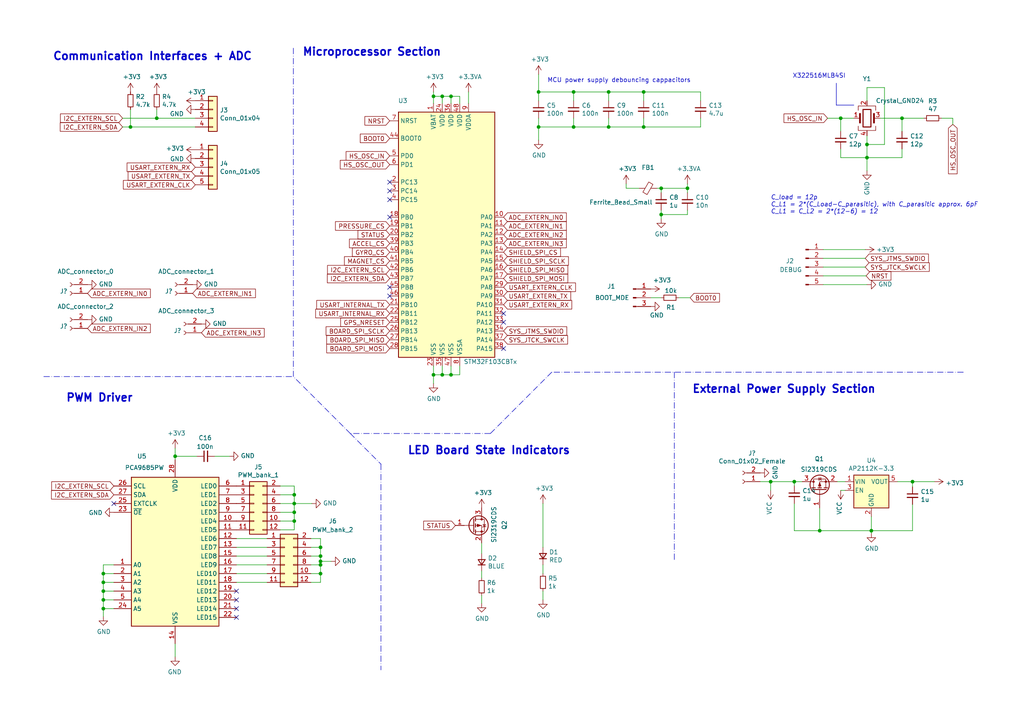
<source format=kicad_sch>
(kicad_sch (version 20230121) (generator eeschema)
  (paper "A4")
  (lib_symbols
    (symbol "0_fcs-rescue:+3.3V-power" (power) (pin_names (offset 0))
      (property "Value" "+3.3V-power" (at 0 3.556 0))
      (symbol "+3.3V-power_1_1"
        (pin power_in line (at 0 0 90) (length 0) hide (name "+3V3") (number "1"))
      )
    )
    (symbol "0_fcs-rescue:Conn_01x02_Female-Connector" (pin_names (offset 1.016) hide)
      (property "Reference" "J" (at 0 2.54 0))
      (property "Value" "Connector_Conn_01x02_Female" (at 0 -5.08 0))
      (symbol "Conn_01x02_Female-Connector_1_1"
        (pin passive line (at -5.08 0 0) (length 3.81) (name "Pin_1") (number "1"))
        (pin passive line (at -5.08 -2.54 0) (length 3.81) (name "Pin_2") (number "2"))
      )
    )
    (symbol "0_fcs-rescue:Conn_01x03_Male-Connector" (pin_names (offset 1.016) hide)
      (property "Reference" "J" (at 0 5.08 0))
      (property "Value" "Connector_Conn_01x03_Male" (at 0 -5.08 0))
      (symbol "Conn_01x03_Male-Connector_1_1"
        (pin passive line (at 5.08 2.54 180) (length 3.81) (name "Pin_1") (number "1"))
        (pin passive line (at 5.08 0 180) (length 3.81) (name "Pin_2") (number "2"))
        (pin passive line (at 5.08 -2.54 180) (length 3.81) (name "Pin_3") (number "3"))
      )
    )
    (symbol "0_fcs-rescue:Conn_01x05_Male-Connector" (pin_names (offset 1.016) hide)
      (property "Reference" "J" (at 0 7.62 0))
      (property "Value" "Connector_Conn_01x05_Male" (at 0 -7.62 0))
      (symbol "Conn_01x05_Male-Connector_1_1"
        (pin passive line (at 5.08 5.08 180) (length 3.81) (name "Pin_1") (number "1"))
        (pin passive line (at 5.08 2.54 180) (length 3.81) (name "Pin_2") (number "2"))
        (pin passive line (at 5.08 0 180) (length 3.81) (name "Pin_3") (number "3"))
        (pin passive line (at 5.08 -2.54 180) (length 3.81) (name "Pin_4") (number "4"))
        (pin passive line (at 5.08 -5.08 180) (length 3.81) (name "Pin_5") (number "5"))
      )
    )
    (symbol "0_fcs-rescue:Ferrite_Bead_Small-Device" (pin_numbers hide) (pin_names (offset 0))
      (property "Reference" "FB" (at 1.905 1.27 0))
      (property "Value" "Device_Ferrite_Bead_Small" (at 1.905 -1.27 0))
      (symbol "Ferrite_Bead_Small-Device_1_1"
        (pin passive line (at 0 2.54 270) (length 1.27) (name "~") (number "1"))
        (pin passive line (at 0 -2.54 90) (length 1.27) (name "~") (number "2"))
      )
    )
    (symbol "0_fcs-rescue:STM32F103C8Tx-MCU_ST_STM32F1"
      (property "Reference" "U" (at -15.24 36.83 0))
      (property "Value" "MCU_ST_STM32F1_STM32F103C8Tx" (at 7.62 36.83 0))
      (symbol "STM32F103C8Tx-MCU_ST_STM32F1_1_1"
        (pin power_in line (at -5.08 38.1 270) (length 2.54) (name "VBAT") (number "1"))
        (pin bidirectional line (at 15.24 5.08 180) (length 2.54) (name "PA0") (number "10"))
        (pin bidirectional line (at 15.24 2.54 180) (length 2.54) (name "PA1") (number "11"))
        (pin bidirectional line (at 15.24 0 180) (length 2.54) (name "PA2") (number "12"))
        (pin bidirectional line (at 15.24 -2.54 180) (length 2.54) (name "PA3") (number "13"))
        (pin bidirectional line (at 15.24 -5.08 180) (length 2.54) (name "PA4") (number "14"))
        (pin bidirectional line (at 15.24 -7.62 180) (length 2.54) (name "PA5") (number "15"))
        (pin bidirectional line (at 15.24 -10.16 180) (length 2.54) (name "PA6") (number "16"))
        (pin bidirectional line (at 15.24 -12.7 180) (length 2.54) (name "PA7") (number "17"))
        (pin bidirectional line (at -17.78 5.08 0) (length 2.54) (name "PB0") (number "18"))
        (pin bidirectional line (at -17.78 2.54 0) (length 2.54) (name "PB1") (number "19"))
        (pin bidirectional line (at -17.78 15.24 0) (length 2.54) (name "PC13") (number "2"))
        (pin bidirectional line (at -17.78 0 0) (length 2.54) (name "PB2") (number "20"))
        (pin bidirectional line (at -17.78 -20.32 0) (length 2.54) (name "PB10") (number "21"))
        (pin bidirectional line (at -17.78 -22.86 0) (length 2.54) (name "PB11") (number "22"))
        (pin power_in line (at -5.08 -38.1 90) (length 2.54) (name "VSS") (number "23"))
        (pin power_in line (at -2.54 38.1 270) (length 2.54) (name "VDD") (number "24"))
        (pin bidirectional line (at -17.78 -25.4 0) (length 2.54) (name "PB12") (number "25"))
        (pin bidirectional line (at -17.78 -27.94 0) (length 2.54) (name "PB13") (number "26"))
        (pin bidirectional line (at -17.78 -30.48 0) (length 2.54) (name "PB14") (number "27"))
        (pin bidirectional line (at -17.78 -33.02 0) (length 2.54) (name "PB15") (number "28"))
        (pin bidirectional line (at 15.24 -15.24 180) (length 2.54) (name "PA8") (number "29"))
        (pin bidirectional line (at -17.78 12.7 0) (length 2.54) (name "PC14") (number "3"))
        (pin bidirectional line (at 15.24 -17.78 180) (length 2.54) (name "PA9") (number "30"))
        (pin bidirectional line (at 15.24 -20.32 180) (length 2.54) (name "PA10") (number "31"))
        (pin bidirectional line (at 15.24 -22.86 180) (length 2.54) (name "PA11") (number "32"))
        (pin bidirectional line (at 15.24 -25.4 180) (length 2.54) (name "PA12") (number "33"))
        (pin bidirectional line (at 15.24 -27.94 180) (length 2.54) (name "PA13") (number "34"))
        (pin power_in line (at -2.54 -38.1 90) (length 2.54) (name "VSS") (number "35"))
        (pin power_in line (at 0 38.1 270) (length 2.54) (name "VDD") (number "36"))
        (pin bidirectional line (at 15.24 -30.48 180) (length 2.54) (name "PA14") (number "37"))
        (pin bidirectional line (at 15.24 -33.02 180) (length 2.54) (name "PA15") (number "38"))
        (pin bidirectional line (at -17.78 -2.54 0) (length 2.54) (name "PB3") (number "39"))
        (pin bidirectional line (at -17.78 10.16 0) (length 2.54) (name "PC15") (number "4"))
        (pin bidirectional line (at -17.78 -5.08 0) (length 2.54) (name "PB4") (number "40"))
        (pin bidirectional line (at -17.78 -7.62 0) (length 2.54) (name "PB5") (number "41"))
        (pin bidirectional line (at -17.78 -10.16 0) (length 2.54) (name "PB6") (number "42"))
        (pin bidirectional line (at -17.78 -12.7 0) (length 2.54) (name "PB7") (number "43"))
        (pin input line (at -17.78 27.94 0) (length 2.54) (name "BOOT0") (number "44"))
        (pin bidirectional line (at -17.78 -15.24 0) (length 2.54) (name "PB8") (number "45"))
        (pin bidirectional line (at -17.78 -17.78 0) (length 2.54) (name "PB9") (number "46"))
        (pin power_in line (at 0 -38.1 90) (length 2.54) (name "VSS") (number "47"))
        (pin power_in line (at 2.54 38.1 270) (length 2.54) (name "VDD") (number "48"))
        (pin input line (at -17.78 22.86 0) (length 2.54) (name "PD0") (number "5"))
        (pin input line (at -17.78 20.32 0) (length 2.54) (name "PD1") (number "6"))
        (pin input line (at -17.78 33.02 0) (length 2.54) (name "NRST") (number "7"))
        (pin power_in line (at 2.54 -38.1 90) (length 2.54) (name "VSSA") (number "8"))
        (pin power_in line (at 5.08 38.1 270) (length 2.54) (name "VDDA") (number "9"))
      )
    )
    (symbol "Connector_Generic:Conn_01x04" (pin_names (offset 1.016) hide)
      (property "Reference" "J" (at 0 5.08 0))
      (property "Value" "Conn_01x04" (at 0 -7.62 0))
      (symbol "Conn_01x04_1_1"
        (pin passive line (at -5.08 2.54 0) (length 3.81) (name "Pin_1") (number "1"))
        (pin passive line (at -5.08 0 0) (length 3.81) (name "Pin_2") (number "2"))
        (pin passive line (at -5.08 -2.54 0) (length 3.81) (name "Pin_3") (number "3"))
        (pin passive line (at -5.08 -5.08 0) (length 3.81) (name "Pin_4") (number "4"))
      )
    )
    (symbol "Connector_Generic:Conn_01x05" (pin_names (offset 1.016) hide)
      (property "Reference" "J" (at 0 7.62 0))
      (property "Value" "Conn_01x05" (at 0 -7.62 0))
      (symbol "Conn_01x05_1_1"
        (pin passive line (at -5.08 5.08 0) (length 3.81) (name "Pin_1") (number "1"))
        (pin passive line (at -5.08 2.54 0) (length 3.81) (name "Pin_2") (number "2"))
        (pin passive line (at -5.08 0 0) (length 3.81) (name "Pin_3") (number "3"))
        (pin passive line (at -5.08 -2.54 0) (length 3.81) (name "Pin_4") (number "4"))
        (pin passive line (at -5.08 -5.08 0) (length 3.81) (name "Pin_5") (number "5"))
      )
    )
    (symbol "Connector_Generic:Conn_02x06_Odd_Even" (pin_names (offset 1.016) hide)
      (property "Reference" "J" (at 1.27 7.62 0))
      (property "Value" "Conn_02x06_Odd_Even" (at 1.27 -10.16 0))
      (symbol "Conn_02x06_Odd_Even_1_1"
        (pin passive line (at -5.08 5.08 0) (length 3.81) (name "Pin_1") (number "1"))
        (pin passive line (at 7.62 -5.08 180) (length 3.81) (name "Pin_10") (number "10"))
        (pin passive line (at -5.08 -7.62 0) (length 3.81) (name "Pin_11") (number "11"))
        (pin passive line (at 7.62 -7.62 180) (length 3.81) (name "Pin_12") (number "12"))
        (pin passive line (at 7.62 5.08 180) (length 3.81) (name "Pin_2") (number "2"))
        (pin passive line (at -5.08 2.54 0) (length 3.81) (name "Pin_3") (number "3"))
        (pin passive line (at 7.62 2.54 180) (length 3.81) (name "Pin_4") (number "4"))
        (pin passive line (at -5.08 0 0) (length 3.81) (name "Pin_5") (number "5"))
        (pin passive line (at 7.62 0 180) (length 3.81) (name "Pin_6") (number "6"))
        (pin passive line (at -5.08 -2.54 0) (length 3.81) (name "Pin_7") (number "7"))
        (pin passive line (at 7.62 -2.54 180) (length 3.81) (name "Pin_8") (number "8"))
        (pin passive line (at -5.08 -5.08 0) (length 3.81) (name "Pin_9") (number "9"))
      )
    )
    (symbol "Device:C_Small" (pin_numbers hide) (pin_names (offset 0.254) hide)
      (property "Reference" "C" (at 0.254 1.778 0))
      (property "Value" "C_Small" (at 0.254 -2.032 0))
      (symbol "C_Small_1_1"
        (pin passive line (at 0 2.54 270) (length 2.032) (name "~") (number "1"))
        (pin passive line (at 0 -2.54 90) (length 2.032) (name "~") (number "2"))
      )
    )
    (symbol "Device:Crystal_GND24" (pin_names (offset 1.016) hide)
      (property "Reference" "Y" (at 3.175 5.08 0))
      (property "Value" "Crystal_GND24" (at 3.175 3.175 0))
      (symbol "Crystal_GND24_1_1"
        (pin passive line (at -3.81 0 0) (length 1.27) (name "1") (number "1"))
        (pin passive line (at 0 5.08 270) (length 1.27) (name "2") (number "2"))
        (pin passive line (at 3.81 0 180) (length 1.27) (name "3") (number "3"))
        (pin passive line (at 0 -5.08 90) (length 1.27) (name "4") (number "4"))
      )
    )
    (symbol "Device:D_Small" (pin_numbers hide) (pin_names (offset 0.254) hide)
      (property "Reference" "D" (at -1.27 2.032 0))
      (property "Value" "D_Small" (at -3.81 -2.032 0))
      (symbol "D_Small_1_1"
        (pin passive line (at -2.54 0 0) (length 1.778) (name "K") (number "1"))
        (pin passive line (at 2.54 0 180) (length 1.778) (name "A") (number "2"))
      )
    )
    (symbol "Device:R_Small" (pin_numbers hide) (pin_names (offset 0.254) hide)
      (property "Reference" "R" (at 0.762 0.508 0))
      (property "Value" "R_Small" (at 0.762 -1.016 0))
      (symbol "R_Small_1_1"
        (pin passive line (at 0 2.54 270) (length 0.762) (name "~") (number "1"))
        (pin passive line (at 0 -2.54 90) (length 0.762) (name "~") (number "2"))
      )
    )
    (symbol "Driver_LED:PCA9685PW"
      (property "Reference" "U" (at -12.7 22.225 0))
      (property "Value" "PCA9685PW" (at 1.27 22.225 0))
      (symbol "PCA9685PW_1_1"
        (pin input line (at -17.78 -5.08 0) (length 5.08) (name "A0") (number "1"))
        (pin output line (at 17.78 7.62 180) (length 5.08) (name "LED4") (number "10"))
        (pin output line (at 17.78 5.08 180) (length 5.08) (name "LED5") (number "11"))
        (pin output line (at 17.78 2.54 180) (length 5.08) (name "LED6") (number "12"))
        (pin output line (at 17.78 0 180) (length 5.08) (name "LED7") (number "13"))
        (pin power_in line (at 0 -27.94 90) (length 5.08) (name "VSS") (number "14"))
        (pin output line (at 17.78 -2.54 180) (length 5.08) (name "LED8") (number "15"))
        (pin output line (at 17.78 -5.08 180) (length 5.08) (name "LED9") (number "16"))
        (pin output line (at 17.78 -7.62 180) (length 5.08) (name "LED10") (number "17"))
        (pin output line (at 17.78 -10.16 180) (length 5.08) (name "LED11") (number "18"))
        (pin output line (at 17.78 -12.7 180) (length 5.08) (name "LED12") (number "19"))
        (pin input line (at -17.78 -7.62 0) (length 5.08) (name "A1") (number "2"))
        (pin output line (at 17.78 -15.24 180) (length 5.08) (name "LED13") (number "20"))
        (pin output line (at 17.78 -17.78 180) (length 5.08) (name "LED14") (number "21"))
        (pin output line (at 17.78 -20.32 180) (length 5.08) (name "LED15") (number "22"))
        (pin input line (at -17.78 10.16 0) (length 5.08) (name "~{OE}") (number "23"))
        (pin input line (at -17.78 -17.78 0) (length 5.08) (name "A5") (number "24"))
        (pin input line (at -17.78 12.7 0) (length 5.08) (name "EXTCLK") (number "25"))
        (pin input line (at -17.78 17.78 0) (length 5.08) (name "SCL") (number "26"))
        (pin bidirectional line (at -17.78 15.24 0) (length 5.08) (name "SDA") (number "27"))
        (pin power_in line (at 0 25.4 270) (length 5.08) (name "VDD") (number "28"))
        (pin input line (at -17.78 -10.16 0) (length 5.08) (name "A2") (number "3"))
        (pin input line (at -17.78 -12.7 0) (length 5.08) (name "A3") (number "4"))
        (pin input line (at -17.78 -15.24 0) (length 5.08) (name "A4") (number "5"))
        (pin output line (at 17.78 17.78 180) (length 5.08) (name "LED0") (number "6"))
        (pin output line (at 17.78 15.24 180) (length 5.08) (name "LED1") (number "7"))
        (pin output line (at 17.78 12.7 180) (length 5.08) (name "LED2") (number "8"))
        (pin output line (at 17.78 10.16 180) (length 5.08) (name "LED3") (number "9"))
      )
    )
    (symbol "Regulator_Linear:AP2112K-3.3" (pin_names (offset 0.254))
      (property "Reference" "U" (at -5.08 5.715 0))
      (property "Value" "AP2112K-3.3" (at 0 5.715 0))
      (symbol "AP2112K-3.3_1_1"
        (pin power_in line (at -7.62 2.54 0) (length 2.54) (name "VIN") (number "1"))
        (pin power_in line (at 0 -7.62 90) (length 2.54) (name "GND") (number "2"))
        (pin input line (at -7.62 0 0) (length 2.54) (name "EN") (number "3"))
        (pin no_connect line (at 5.08 0 180) (length 2.54) hide (name "NC") (number "4"))
        (pin power_out line (at 7.62 2.54 180) (length 2.54) (name "VOUT") (number "5"))
      )
    )
    (symbol "Transistor_FET:Si2319CDS" (pin_names hide)
      (property "Reference" "Q" (at 5.08 1.905 0))
      (property "Value" "Si2319CDS" (at 5.08 0 0))
      (symbol "Si2319CDS_1_1"
        (pin input line (at -5.08 0 0) (length 2.54) (name "G") (number "1"))
        (pin passive line (at 2.54 -5.08 90) (length 2.54) (name "S") (number "2"))
        (pin passive line (at 2.54 5.08 270) (length 2.54) (name "D") (number "3"))
      )
    )
    (symbol "power:+3.3VA" (power) (pin_names (offset 0))
      (property "Value" "+3.3VA" (at 0 3.556 0))
      (symbol "+3.3VA_1_1"
        (pin power_in line (at 0 0 90) (length 0) hide (name "+3.3VA") (number "1"))
      )
    )
    (symbol "power:+3V3" (power) (pin_names (offset 0))
      (property "Value" "+3V3" (at 0 3.556 0))
      (symbol "+3V3_1_1"
        (pin power_in line (at 0 0 90) (length 0) hide (name "+3V3") (number "1"))
      )
    )
    (symbol "power:GND" (power) (pin_names (offset 0))
      (property "Value" "GND" (at 0 -3.81 0))
      (symbol "GND_1_1"
        (pin power_in line (at 0 0 270) (length 0) hide (name "GND") (number "1"))
      )
    )
    (symbol "power:VCC" (power) (pin_names (offset 0))
      (property "Value" "VCC" (at 0 3.81 0))
      (symbol "VCC_1_1"
        (pin power_in line (at 0 0 90) (length 0) hide (name "VCC") (number "1"))
      )
    )
  )
  (junction (at 85.344 148.59))
  (junction (at 29.972 166.37))
  (junction (at 264.668 139.7))
  (junction (at 92.964 166.37))
  (junction (at 45.466 34.29))
  (junction (at 230.378 139.7))
  (junction (at 176.53 26.67))
  (junction (at 92.964 163.83))
  (junction (at 166.37 36.83))
  (junction (at 251.46 45.72))
  (junction (at 191.77 62.23))
  (junction (at 130.81 27.94))
  (junction (at 29.972 173.99))
  (junction (at 176.53 36.83))
  (junction (at 251.46 41.91))
  (junction (at 85.344 143.51))
  (junction (at 85.344 146.05))
  (junction (at 261.62 34.29))
  (junction (at 128.27 108.712))
  (junction (at 252.73 153.924))
  (junction (at 29.972 176.53))
  (junction (at 199.39 54.61))
  (junction (at 92.964 158.75))
  (junction (at 156.21 26.67))
  (junction (at 186.69 36.83))
  (junction (at 243.84 34.29))
  (junction (at 125.73 27.94))
  (junction (at 156.21 36.83))
  (junction (at 125.73 108.712))
  (junction (at 166.37 26.67))
  (junction (at 92.964 161.29))
  (junction (at 29.972 168.91))
  (junction (at 37.846 36.83))
  (junction (at 128.27 27.94))
  (junction (at 191.77 54.61))
  (junction (at 50.8 132.334))
  (junction (at 29.972 171.45))
  (junction (at 186.69 26.67))
  (junction (at 223.52 139.7))
  (junction (at 130.81 108.712))
  (junction (at 85.344 151.13))
  (junction (at 92.964 162.814))
  (junction (at 237.744 153.924))
  (no_connect (at 113.03 57.912))
  (no_connect (at 113.03 62.992))
  (no_connect (at 113.03 55.372))
  (no_connect (at 146.05 90.932))
  (no_connect (at 146.05 101.092))
  (no_connect (at 146.05 93.472))
  (no_connect (at 113.03 85.852))
  (no_connect (at 68.58 173.99))
  (no_connect (at 68.58 171.45))
  (no_connect (at 113.03 83.312))
  (no_connect (at 33.02 146.05))
  (no_connect (at 68.58 179.07))
  (no_connect (at 113.03 52.832))
  (no_connect (at 68.58 176.53))
  (wire (pts (xy 85.344 146.05) (xy 85.344 148.59)))
  (wire (pts (xy 85.344 151.13) (xy 85.344 153.67)))
  (wire (pts (xy 191.77 54.61) (xy 190.5 54.61)))
  (wire (pts (xy 68.58 156.21) (xy 77.47 156.21)))
  (wire (pts (xy 230.378 140.97) (xy 230.378 139.7)))
  (wire (pts (xy 29.972 163.83) (xy 33.02 163.83)))
  (wire (pts (xy 37.846 31.75) (xy 37.846 36.83)))
  (polyline (pts (xy 160.02 107.95) (xy 142.24 125.73)) (stroke (width 0) (type dash_dot)))
  (wire (pts (xy 125.73 29.972) (xy 125.73 27.94)))
  (wire (pts (xy 176.53 26.67) (xy 176.53 29.21)))
  (wire (pts (xy 166.37 36.83) (xy 176.53 36.83)))
  (wire (pts (xy 261.62 45.72) (xy 261.62 43.18)))
  (polyline (pts (xy 101.6 125.73) (xy 110.49 134.62)) (stroke (width 0) (type dash_dot)))
  (wire (pts (xy 133.35 29.972) (xy 133.35 27.94)))
  (wire (pts (xy 156.21 36.83) (xy 166.37 36.83)))
  (wire (pts (xy 252.73 153.924) (xy 252.73 154.686)))
  (wire (pts (xy 242.824 139.7) (xy 245.11 139.7)))
  (wire (pts (xy 191.77 54.61) (xy 199.39 54.61)))
  (wire (pts (xy 156.21 34.29) (xy 156.21 36.83)))
  (wire (pts (xy 92.964 162.814) (xy 92.964 163.83)))
  (wire (pts (xy 276.352 34.29) (xy 273.05 34.29)))
  (wire (pts (xy 157.48 163.83) (xy 157.48 166.37)))
  (wire (pts (xy 186.69 34.29) (xy 186.69 36.83)))
  (wire (pts (xy 186.69 26.67) (xy 176.53 26.67)))
  (wire (pts (xy 35.56 36.83) (xy 37.846 36.83)))
  (polyline (pts (xy 242.57 30.48) (xy 242.57 24.13)))
  (wire (pts (xy 243.84 43.18) (xy 243.84 45.72)))
  (wire (pts (xy 68.58 161.29) (xy 77.47 161.29)))
  (wire (pts (xy 50.8 186.69) (xy 50.8 190.5)))
  (wire (pts (xy 85.344 146.05) (xy 90.424 146.05)))
  (wire (pts (xy 130.81 108.712) (xy 133.35 108.712)))
  (wire (pts (xy 255.27 34.29) (xy 261.62 34.29)))
  (wire (pts (xy 157.48 146.05) (xy 157.48 158.75)))
  (wire (pts (xy 223.52 142.24) (xy 223.52 139.7)))
  (wire (pts (xy 256.54 41.91) (xy 251.46 41.91)))
  (wire (pts (xy 264.668 139.7) (xy 271.018 139.7)))
  (wire (pts (xy 166.37 26.67) (xy 176.53 26.67)))
  (wire (pts (xy 85.344 140.97) (xy 85.344 143.51)))
  (wire (pts (xy 92.964 163.83) (xy 92.964 166.37)))
  (wire (pts (xy 252.73 153.924) (xy 264.668 153.924)))
  (wire (pts (xy 133.35 27.94) (xy 130.81 27.94)))
  (wire (pts (xy 230.378 139.7) (xy 232.664 139.7)))
  (wire (pts (xy 251.46 25.4) (xy 251.46 29.21)))
  (wire (pts (xy 261.62 38.1) (xy 261.62 34.29)))
  (wire (pts (xy 139.7 157.48) (xy 139.7 160.528)))
  (wire (pts (xy 85.344 143.51) (xy 85.344 146.05)))
  (polyline (pts (xy 247.65 30.48) (xy 242.57 30.48)))
  (wire (pts (xy 156.21 29.21) (xy 156.21 26.67)))
  (wire (pts (xy 256.54 25.4) (xy 256.54 41.91)))
  (wire (pts (xy 90.17 158.75) (xy 92.964 158.75)))
  (wire (pts (xy 125.73 108.712) (xy 128.27 108.712)))
  (wire (pts (xy 200.152 86.36) (xy 196.85 86.36)))
  (wire (pts (xy 243.84 142.24) (xy 245.11 142.24)))
  (wire (pts (xy 81.28 148.59) (xy 85.344 148.59)))
  (wire (pts (xy 251.46 45.72) (xy 261.62 45.72)))
  (wire (pts (xy 92.964 156.21) (xy 92.964 158.75)))
  (wire (pts (xy 29.972 176.53) (xy 29.972 178.816)))
  (wire (pts (xy 191.77 63.5) (xy 191.77 62.23)))
  (wire (pts (xy 33.02 166.37) (xy 29.972 166.37)))
  (wire (pts (xy 250.952 77.47) (xy 238.76 77.47)))
  (wire (pts (xy 45.466 34.29) (xy 35.56 34.29)))
  (wire (pts (xy 56.642 34.29) (xy 45.466 34.29)))
  (wire (pts (xy 29.972 168.91) (xy 29.972 171.45)))
  (wire (pts (xy 90.17 156.21) (xy 92.964 156.21)))
  (wire (pts (xy 130.81 27.94) (xy 128.27 27.94)))
  (wire (pts (xy 251.46 45.72) (xy 251.46 49.53)))
  (wire (pts (xy 128.27 108.712) (xy 128.27 106.172)))
  (wire (pts (xy 81.28 143.51) (xy 85.344 143.51)))
  (wire (pts (xy 81.28 153.67) (xy 85.344 153.67)))
  (wire (pts (xy 157.48 171.45) (xy 157.48 173.99)))
  (wire (pts (xy 237.744 153.924) (xy 252.73 153.924)))
  (wire (pts (xy 33.02 171.45) (xy 29.972 171.45)))
  (wire (pts (xy 156.21 21.59) (xy 156.21 26.67)))
  (wire (pts (xy 243.84 45.72) (xy 251.46 45.72)))
  (wire (pts (xy 125.73 27.94) (xy 125.73 26.67)))
  (wire (pts (xy 92.964 161.29) (xy 92.964 162.814)))
  (wire (pts (xy 37.846 36.83) (xy 56.642 36.83)))
  (wire (pts (xy 250.952 74.93) (xy 238.76 74.93)))
  (polyline (pts (xy 12.7 109.22) (xy 85.09 109.22)) (stroke (width 0) (type dash_dot)))
  (wire (pts (xy 199.39 53.34) (xy 199.39 54.61)))
  (wire (pts (xy 128.27 108.712) (xy 130.81 108.712)))
  (wire (pts (xy 181.61 54.61) (xy 185.42 54.61)))
  (wire (pts (xy 191.77 60.96) (xy 191.77 62.23)))
  (wire (pts (xy 251.46 25.4) (xy 256.54 25.4)))
  (wire (pts (xy 230.378 146.05) (xy 230.378 153.924)))
  (wire (pts (xy 68.58 158.75) (xy 77.47 158.75)))
  (wire (pts (xy 81.28 151.13) (xy 85.344 151.13)))
  (wire (pts (xy 156.21 40.64) (xy 156.21 36.83)))
  (wire (pts (xy 186.69 26.67) (xy 203.2 26.67)))
  (polyline (pts (xy 195.58 107.95) (xy 195.58 162.56)) (stroke (width 0) (type dash_dot)))
  (polyline (pts (xy 101.6 125.73) (xy 85.09 109.22)) (stroke (width 0) (type dash_dot)))
  (wire (pts (xy 252.73 153.924) (xy 252.73 149.86)))
  (wire (pts (xy 139.7 165.608) (xy 139.7 167.64)))
  (wire (pts (xy 243.84 34.29) (xy 243.84 38.1)))
  (wire (pts (xy 81.28 140.97) (xy 85.344 140.97)))
  (wire (pts (xy 251.46 39.37) (xy 251.46 41.91)))
  (wire (pts (xy 57.15 132.334) (xy 50.8 132.334)))
  (wire (pts (xy 90.17 161.29) (xy 92.964 161.29)))
  (wire (pts (xy 191.77 62.23) (xy 199.39 62.23)))
  (wire (pts (xy 223.52 139.7) (xy 230.378 139.7)))
  (wire (pts (xy 29.972 166.37) (xy 29.972 168.91)))
  (wire (pts (xy 92.964 168.91) (xy 90.17 168.91)))
  (wire (pts (xy 92.964 158.75) (xy 92.964 161.29)))
  (wire (pts (xy 133.35 108.712) (xy 133.35 106.172)))
  (wire (pts (xy 81.28 146.05) (xy 85.344 146.05)))
  (wire (pts (xy 29.972 171.45) (xy 29.972 173.99)))
  (wire (pts (xy 130.81 27.94) (xy 130.81 29.972)))
  (wire (pts (xy 90.17 163.83) (xy 92.964 163.83)))
  (polyline (pts (xy 279.4 107.95) (xy 160.02 107.95)) (stroke (width 0) (type dash_dot)))
  (wire (pts (xy 50.8 132.334) (xy 50.8 130.048)))
  (wire (pts (xy 128.27 29.972) (xy 128.27 27.94)))
  (wire (pts (xy 130.81 108.712) (xy 130.81 106.172)))
  (polyline (pts (xy 85.09 13.97) (xy 85.09 109.22)) (stroke (width 0) (type dash_dot)))
  (wire (pts (xy 186.69 26.67) (xy 186.69 29.21)))
  (polyline (pts (xy 110.49 134.62) (xy 110.49 194.31)) (stroke (width 0) (type dash_dot)))
  (wire (pts (xy 33.02 168.91) (xy 29.972 168.91)))
  (wire (pts (xy 199.39 54.61) (xy 199.39 55.88)))
  (wire (pts (xy 50.8 133.35) (xy 50.8 132.334)))
  (wire (pts (xy 230.378 153.924) (xy 237.744 153.924)))
  (wire (pts (xy 33.02 176.53) (xy 29.972 176.53)))
  (wire (pts (xy 92.964 166.37) (xy 92.964 168.91)))
  (wire (pts (xy 238.76 72.39) (xy 250.952 72.39)))
  (wire (pts (xy 90.17 166.37) (xy 92.964 166.37)))
  (wire (pts (xy 191.77 54.61) (xy 191.77 55.88)))
  (wire (pts (xy 251.46 82.55) (xy 238.76 82.55)))
  (wire (pts (xy 125.73 108.712) (xy 125.73 111.252)))
  (wire (pts (xy 68.58 166.37) (xy 77.47 166.37)))
  (wire (pts (xy 203.2 26.67) (xy 203.2 29.21)))
  (wire (pts (xy 29.972 173.99) (xy 29.972 176.53)))
  (wire (pts (xy 176.53 36.83) (xy 186.69 36.83)))
  (wire (pts (xy 128.27 27.94) (xy 125.73 27.94)))
  (wire (pts (xy 199.39 62.23) (xy 199.39 60.96)))
  (wire (pts (xy 33.02 173.99) (xy 29.972 173.99)))
  (wire (pts (xy 191.77 86.36) (xy 188.722 86.36)))
  (wire (pts (xy 125.73 106.172) (xy 125.73 108.712)))
  (wire (pts (xy 139.7 172.72) (xy 139.7 175.006)))
  (wire (pts (xy 240.03 34.29) (xy 243.84 34.29)))
  (wire (pts (xy 85.344 148.59) (xy 85.344 151.13)))
  (polyline (pts (xy 142.24 125.73) (xy 101.6 125.73)) (stroke (width 0) (type dash_dot)))
  (wire (pts (xy 186.69 36.83) (xy 203.2 36.83)))
  (wire (pts (xy 66.548 132.334) (xy 62.23 132.334)))
  (wire (pts (xy 135.89 29.972) (xy 135.89 26.67)))
  (wire (pts (xy 156.21 26.67) (xy 166.37 26.67)))
  (wire (pts (xy 238.76 80.01) (xy 251.206 80.01)))
  (wire (pts (xy 237.744 147.32) (xy 237.744 153.924)))
  (wire (pts (xy 220.472 139.7) (xy 223.52 139.7)))
  (wire (pts (xy 264.668 141.224) (xy 264.668 139.7)))
  (wire (pts (xy 29.972 166.37) (xy 29.972 163.83)))
  (wire (pts (xy 176.53 36.83) (xy 176.53 34.29)))
  (wire (pts (xy 68.58 168.91) (xy 77.47 168.91)))
  (wire (pts (xy 166.37 36.83) (xy 166.37 34.29)))
  (wire (pts (xy 243.84 34.29) (xy 247.65 34.29)))
  (wire (pts (xy 276.352 36.068) (xy 276.352 34.29)))
  (wire (pts (xy 45.466 31.75) (xy 45.466 34.29)))
  (wire (pts (xy 68.58 163.83) (xy 77.47 163.83)))
  (wire (pts (xy 267.97 34.29) (xy 261.62 34.29)))
  (wire (pts (xy 264.668 153.924) (xy 264.668 146.304)))
  (wire (pts (xy 203.2 36.83) (xy 203.2 34.29)))
  (wire (pts (xy 92.964 162.814) (xy 96.012 162.814)))
  (wire (pts (xy 181.61 53.34) (xy 181.61 54.61)))
  (wire (pts (xy 251.46 41.91) (xy 251.46 45.72)))
  (wire (pts (xy 260.35 139.7) (xy 264.668 139.7)))
  (wire (pts (xy 166.37 26.67) (xy 166.37 29.21)))
  (text "PWM Driver" (at 19.05 116.84 0) (effects (font (size 2.27 2.27) bold) (justify left bottom)))
  (text "C_load = 12p \nC_L1 = 2*(C_Load-C_parasitic), with C_parasitic approx. 6pF\nC_L1 = C_L2 = 2*(12-6) = 12\n" (at 223.52 62.23 0) (effects (font (size 1.27 1.27) italic) (justify left bottom)))
  (text "X322516MLB4SI" (at 229.87 22.86 0) (effects (font (size 1.27 1.27)) (justify left bottom)))
  (text "LED Board State Indicators" (at 118.11 132.08 0) (effects (font (size 2.27 2.27) bold) (justify left bottom)))
  (text "MCU power supply debouncing cappacitors\n" (at 158.75 24.13 0) (effects (font (size 1.27 1.27)) (justify left bottom)))
  (text "Microprocessor Section" (at 87.63 16.51 0) (effects (font (size 2.27 2.27) bold) (justify left bottom)))
  (text "External Power Supply Section" (at 200.66 114.3 0) (effects (font (size 2.27 2.27) (thickness 0.454) bold) (justify left bottom)))
  (text "Communication Interfaces + ADC" (at 15.24 17.78 0) (effects (font (size 2.27 2.27) bold) (justify left bottom)))
  (global_label "STATUS" (shape input) (at 113.03 68.072 180) (property "Intersheetrefs" "${INTERSHEET_REFS}" (effects hide)))
  (global_label "SYS_JTCK_SWCLK" (shape input) (at 250.952 77.47 0) (property "Intersheetrefs" "${INTERSHEET_REFS}" (effects hide)))
  (global_label "I2C_EXTERN_SCL" (shape input) (at 33.02 140.97 180) (property "Intersheetrefs" "${INTERSHEET_REFS}" (effects hide)))
  (global_label "SYS_JTCK_SWCLK" (shape input) (at 146.05 98.552 0) (property "Intersheetrefs" "${INTERSHEET_REFS}" (effects hide)))
  (global_label "ADC_EXTERN_IN3" (shape input) (at 146.05 70.612 0) (property "Intersheetrefs" "${INTERSHEET_REFS}" (effects hide)))
  (global_label "SYS_JTMS_SWDIO" (shape input) (at 250.952 74.93 0) (property "Intersheetrefs" "${INTERSHEET_REFS}" (effects hide)))
  (global_label "USART_EXTERN_RX" (shape input) (at 146.05 88.392 0) (property "Intersheetrefs" "${INTERSHEET_REFS}" (effects hide)))
  (global_label "HS_OSC_OUT" (shape input) (at 113.03 47.752 180) (property "Intersheetrefs" "${INTERSHEET_REFS}" (effects hide)))
  (global_label "ADC_EXTERN_IN2" (shape input) (at 146.05 68.072 0) (property "Intersheetrefs" "${INTERSHEET_REFS}" (effects hide)))
  (global_label "ADC_EXTERN_IN2" (shape input) (at 25.4 95.25 0) (property "Intersheetrefs" "${INTERSHEET_REFS}" (effects hide)))
  (global_label "SHIELD_SPI_MOSI" (shape input) (at 146.05 80.772 0) (property "Intersheetrefs" "${INTERSHEET_REFS}" (effects hide)))
  (global_label "GYRO_CS" (shape input) (at 113.03 73.152 180) (property "Intersheetrefs" "${INTERSHEET_REFS}" (effects hide)))
  (global_label "USART_INTERNAL_RX" (shape input) (at 113.03 90.932 180) (property "Intersheetrefs" "${INTERSHEET_REFS}" (effects hide)))
  (global_label "I2C_EXTERN_SCL" (shape input) (at 35.56 34.29 180) (property "Intersheetrefs" "${INTERSHEET_REFS}" (effects hide)))
  (global_label "NRST" (shape input) (at 113.03 35.052 180) (property "Intersheetrefs" "${INTERSHEET_REFS}" (effects hide)))
  (global_label "ADC_EXTERN_IN1" (shape input) (at 55.88 85.09 0) (property "Intersheetrefs" "${INTERSHEET_REFS}" (effects hide)))
  (global_label "USART_EXTERN_TX" (shape input) (at 56.642 51.054 180) (property "Intersheetrefs" "${INTERSHEET_REFS}" (effects hide)))
  (global_label "ADC_EXTERN_IN1" (shape input) (at 146.05 65.532 0) (property "Intersheetrefs" "${INTERSHEET_REFS}" (effects hide)))
  (global_label "SHIELD_SPI_SCLK" (shape input) (at 146.05 75.692 0) (property "Intersheetrefs" "${INTERSHEET_REFS}" (effects hide)))
  (global_label "USART_EXTERN_RX" (shape input) (at 56.642 48.514 180) (property "Intersheetrefs" "${INTERSHEET_REFS}" (effects hide)))
  (global_label "GPS_NRESET" (shape input) (at 113.03 93.472 180) (property "Intersheetrefs" "${INTERSHEET_REFS}" (effects hide)))
  (global_label "ACCEL_CS" (shape input) (at 113.03 70.612 180) (property "Intersheetrefs" "${INTERSHEET_REFS}" (effects hide)))
  (global_label "BOOT0" (shape input) (at 200.152 86.36 0) (property "Intersheetrefs" "${INTERSHEET_REFS}" (effects hide)))
  (global_label "USART_EXTERN_CLK" (shape input) (at 56.642 53.594 180) (property "Intersheetrefs" "${INTERSHEET_REFS}" (effects hide)))
  (global_label "BOARD_SPI_SCLK" (shape input) (at 113.03 96.012 180) (property "Intersheetrefs" "${INTERSHEET_REFS}" (effects hide)))
  (global_label "ADC_EXTERN_IN0" (shape input) (at 146.05 62.992 0) (property "Intersheetrefs" "${INTERSHEET_REFS}" (effects hide)))
  (global_label "SYS_JTMS_SWDIO" (shape input) (at 146.05 96.012 0) (property "Intersheetrefs" "${INTERSHEET_REFS}" (effects hide)))
  (global_label "HS_OSC_IN" (shape input) (at 240.03 34.29 180) (property "Intersheetrefs" "${INTERSHEET_REFS}" (effects hide)))
  (global_label "USART_EXTERN_CLK" (shape input) (at 146.05 83.312 0) (property "Intersheetrefs" "${INTERSHEET_REFS}" (effects hide)))
  (global_label "BOOT0" (shape input) (at 113.03 40.132 180) (property "Intersheetrefs" "${INTERSHEET_REFS}" (effects hide)))
  (global_label "SHIELD_SPI_MISO" (shape input) (at 146.05 78.232 0) (property "Intersheetrefs" "${INTERSHEET_REFS}" (effects hide)))
  (global_label "I2C_EXTERN_SCL" (shape input) (at 113.03 78.232 180) (property "Intersheetrefs" "${INTERSHEET_REFS}" (effects hide)))
  (global_label "PRESSURE_CS" (shape input) (at 113.03 65.532 180) (property "Intersheetrefs" "${INTERSHEET_REFS}" (effects hide)))
  (global_label "I2C_EXTERN_SDA" (shape input) (at 113.03 80.772 180) (property "Intersheetrefs" "${INTERSHEET_REFS}" (effects hide)))
  (global_label "HS_OSC_OUT" (shape input) (at 276.352 36.068 270) (property "Intersheetrefs" "${INTERSHEET_REFS}" (effects hide)))
  (global_label "I2C_EXTERN_SDA" (shape input) (at 33.02 143.51 180) (property "Intersheetrefs" "${INTERSHEET_REFS}" (effects hide)))
  (global_label "ADC_EXTERN_IN3" (shape input) (at 58.42 96.52 0) (property "Intersheetrefs" "${INTERSHEET_REFS}" (effects hide)))
  (global_label "USART_EXTERN_TX" (shape input) (at 146.05 85.852 0) (property "Intersheetrefs" "${INTERSHEET_REFS}" (effects hide)))
  (global_label "HS_OSC_IN" (shape input) (at 113.03 45.212 180) (property "Intersheetrefs" "${INTERSHEET_REFS}" (effects hide)))
  (global_label "BOARD_SPI_MISO" (shape input) (at 113.03 98.552 180) (property "Intersheetrefs" "${INTERSHEET_REFS}" (effects hide)))
  (global_label "I2C_EXTERN_SDA" (shape input) (at 35.56 36.83 180) (property "Intersheetrefs" "${INTERSHEET_REFS}" (effects hide)))
  (global_label "STATUS" (shape input) (at 132.08 152.4 180) (property "Intersheetrefs" "${INTERSHEET_REFS}" (effects hide)))
  (global_label "USART_INTERNAL_TX" (shape input) (at 113.03 88.392 180) (property "Intersheetrefs" "${INTERSHEET_REFS}" (effects hide)))
  (global_label "NRST" (shape input) (at 251.206 80.01 0) (property "Intersheetrefs" "${INTERSHEET_REFS}" (effects hide)))
  (global_label "MAGNET_CS" (shape input) (at 113.03 75.692 180) (property "Intersheetrefs" "${INTERSHEET_REFS}" (effects hide)))
  (global_label "SHIELD_SPI_CS" (shape input) (at 146.05 73.152 0) (property "Intersheetrefs" "${INTERSHEET_REFS}" (effects hide)))
  (global_label "ADC_EXTERN_IN0" (shape input) (at 25.4 85.09 0) (property "Intersheetrefs" "${INTERSHEET_REFS}" (effects hide)))
  (global_label "BOARD_SPI_MOSI" (shape input) (at 113.03 101.092 180) (property "Intersheetrefs" "${INTERSHEET_REFS}" (effects hide)))
  (symbol (lib_id "0_fcs-rescue:+3.3V-power") (at 125.73 26.67 0) (unit 1)
    (property "Reference" "#PWR043" (effects hide))
    (property "Value" "+3.3V" (at 126.111 22.2758 0))
  )
  (symbol (lib_id "power:+3.3VA") (at 135.89 26.67 0) (unit 1)
    (property "Reference" "#PWR045" (effects hide))
    (property "Value" "+3.3VA" (at 136.271 22.2758 0))
  )
  (symbol (lib_id "power:GND") (at 125.73 111.252 0) (unit 1)
    (property "Reference" "#PWR044" (effects hide))
    (property "Value" "GND" (at 125.857 115.6462 0))
  )
  (symbol (lib_id "0_fcs-rescue:STM32F103C8Tx-MCU_ST_STM32F1") (at 130.81 68.072 0) (unit 1)
    (property "Reference" "U3" (at 116.84 29.21 0))
    (property "Value" "STM32F103CBTx" (at 142.24 104.902 0))
    (property "Footprint" "Package_QFP:LQFP-48_7x7mm_P0.5mm" (effects hide))
    (property "Datasheet" "http://www.st.com/st-web-ui/static/active/en/resource/technical/document/datasheet/CD00161566.pdf" (effects hide))
  )
  (symbol (lib_id "Device:R_Small") (at 194.31 86.36 90) (unit 1)
    (property "Reference" "R1" (at 194.564 89.154 90))
    (property "Value" "10k" (at 194.564 84.328 90))
    (property "Footprint" "Resistor_SMD:R_0603_1608Metric" (effects hide))
  )
  (symbol (lib_id "0_fcs-rescue:+3.3V-power") (at 188.722 83.82 270) (unit 1)
    (property "Reference" "#PWR027" (effects hide))
    (property "Value" "+3.3V" (at 192.024 81.28 90))
  )
  (symbol (lib_id "0_fcs-rescue:Conn_01x03_Male-Connector") (at 183.642 86.36 0) (unit 1)
    (property "Reference" "J1" (at 177.292 83.058 0))
    (property "Value" "BOOT_MDE" (at 177.546 86.36 0))
    (property "Footprint" "Connector_PinHeader_2.54mm:PinHeader_1x03_P2.54mm_Vertical" (effects hide))
  )
  (symbol (lib_id "power:GND") (at 188.722 88.9 90) (unit 1)
    (property "Reference" "#PWR028" (effects hide))
    (property "Value" "GND" (at 190.5 91.44 90))
  )
  (symbol (lib_id "0_fcs-rescue:+3.3V-power") (at 250.952 72.39 270) (unit 1)
    (property "Reference" "#PWR032" (effects hide))
    (property "Value" "+3.3V" (at 256.794 72.39 90))
  )
  (symbol (lib_id "power:GND") (at 251.46 82.55 90) (unit 1)
    (property "Reference" "#PWR033" (effects hide))
    (property "Value" "GND" (at 254.7112 82.423 90) (effects (justify right)))
  )
  (symbol (lib_id "0_fcs-rescue:Conn_01x05_Male-Connector") (at 233.68 77.47 0) (unit 1)
    (property "Reference" "J2" (at 229.108 75.692 0))
    (property "Value" "DEBUG" (at 229.362 78.232 0))
    (property "Footprint" "Connector_PinHeader_1.27mm:PinHeader_1x05_P1.27mm_Vertical" (effects hide))
  )
  (symbol (lib_id "Device:C_Small") (at 199.39 58.42 0) (unit 1)
    (property "Reference" "C10" (at 201.7268 57.2516 0) (effects (justify left)))
    (property "Value" "10n" (at 201.7268 59.563 0) (effects (justify left)))
    (property "Footprint" "Capacitor_SMD:C_0603_1608Metric" (effects hide))
  )
  (symbol (lib_id "Device:C_Small") (at 191.77 58.42 0) (unit 1)
    (property "Reference" "C8" (at 194.1068 57.2516 0) (effects (justify left)))
    (property "Value" "1u" (at 194.1068 59.563 0) (effects (justify left)))
    (property "Footprint" "Capacitor_SMD:C_0603_1608Metric" (effects hide))
  )
  (symbol (lib_id "power:GND") (at 191.77 63.5 0) (unit 1)
    (property "Reference" "#PWR029" (effects hide))
    (property "Value" "GND" (at 191.897 67.8942 0))
  )
  (symbol (lib_id "0_fcs-rescue:+3.3V-power") (at 181.61 53.34 0) (unit 1)
    (property "Reference" "#PWR026" (effects hide))
    (property "Value" "+3.3V" (at 181.991 48.9458 0))
  )
  (symbol (lib_id "power:+3.3VA") (at 199.39 53.34 0) (unit 1)
    (property "Reference" "#PWR031" (effects hide))
    (property "Value" "+3.3VA" (at 199.771 48.9458 0))
  )
  (symbol (lib_id "0_fcs-rescue:Ferrite_Bead_Small-Device") (at 187.96 54.61 90) (unit 1)
    (property "Reference" "FB1" (at 187.96 48.5902 90))
    (property "Value" "Ferrite_Bead_Small" (at 180.086 58.674 90))
    (property "Footprint" "Resistor_SMD:R_0805_2012Metric" (effects hide))
  )
  (symbol (lib_id "Device:C_Small") (at 243.84 40.64 0) (unit 1)
    (property "Reference" "C7" (at 246.1768 39.4716 0) (effects (justify left)))
    (property "Value" "12p" (at 246.1768 41.783 0) (effects (justify left)))
    (property "Footprint" "Capacitor_SMD:C_0603_1608Metric" (effects hide))
  )
  (symbol (lib_id "Device:C_Small") (at 261.62 40.64 0) (unit 1)
    (property "Reference" "C12" (at 263.9568 39.4716 0) (effects (justify left)))
    (property "Value" "12p" (at 263.9568 41.783 0) (effects (justify left)))
    (property "Footprint" "Capacitor_SMD:C_0603_1608Metric" (effects hide))
  )
  (symbol (lib_id "power:GND") (at 251.46 49.53 0) (unit 1)
    (property "Reference" "#PWR030" (effects hide))
    (property "Value" "GND" (at 251.46 54.61 90))
  )
  (symbol (lib_id "Device:Crystal_GND24") (at 251.46 34.29 0) (unit 1)
    (property "Reference" "Y1" (at 250.19 22.86 0) (effects (justify left)))
    (property "Value" "Crystal_GND24" (at 254 29.21 0) (effects (justify left)))
    (property "Footprint" "Crystal:Crystal_SMD_3225-4Pin_3.2x2.5mm" (effects hide))
  )
  (symbol (lib_id "Device:R_Small") (at 270.51 34.29 90) (unit 1)
    (property "Reference" "R3" (at 270.51 29.3116 90))
    (property "Value" "47" (at 270.51 31.623 90))
    (property "Footprint" "Resistor_SMD:R_0603_1608Metric" (effects hide))
  )
  (symbol (lib_id "Device:C_Small") (at 156.21 31.75 0) (unit 1)
    (property "Reference" "C5" (at 158.5468 30.5816 0) (effects (justify left)))
    (property "Value" "100n" (at 158.5468 32.893 0) (effects (justify left)))
    (property "Footprint" "Capacitor_SMD:C_0603_1608Metric" (effects hide))
  )
  (symbol (lib_id "Device:C_Small") (at 166.37 31.75 0) (unit 1)
    (property "Reference" "C6" (at 168.7068 30.5816 0) (effects (justify left)))
    (property "Value" "100n" (at 168.7068 32.893 0) (effects (justify left)))
    (property "Footprint" "Capacitor_SMD:C_0603_1608Metric" (effects hide))
  )
  (symbol (lib_id "Device:C_Small") (at 176.53 31.75 0) (unit 1)
    (property "Reference" "C9" (at 178.8668 30.5816 0) (effects (justify left)))
    (property "Value" "100n" (at 178.8668 32.893 0) (effects (justify left)))
    (property "Footprint" "Capacitor_SMD:C_0603_1608Metric" (effects hide))
  )
  (symbol (lib_id "0_fcs-rescue:+3.3V-power") (at 156.21 21.59 0) (unit 1)
    (property "Reference" "#PWR024" (effects hide))
    (property "Value" "+3.3V" (at 156.591 17.1958 0))
  )
  (symbol (lib_id "power:GND") (at 156.21 40.64 0) (unit 1)
    (property "Reference" "#PWR025" (effects hide))
    (property "Value" "GND" (at 156.337 45.0342 0))
  )
  (symbol (lib_id "Device:C_Small") (at 203.2 31.75 0) (unit 1)
    (property "Reference" "C13" (at 205.5368 30.5816 0) (effects (justify left)))
    (property "Value" "4.7u" (at 205.5368 32.893 0) (effects (justify left)))
    (property "Footprint" "Capacitor_SMD:C_0603_1608Metric" (effects hide))
  )
  (symbol (lib_id "Device:C_Small") (at 186.69 31.75 0) (unit 1)
    (property "Reference" "C11" (at 189.0268 30.5816 0) (effects (justify left)))
    (property "Value" "100n" (at 189.0268 32.893 0) (effects (justify left)))
    (property "Footprint" "Capacitor_SMD:C_0603_1608Metric" (effects hide))
  )
  (symbol (lib_id "Driver_LED:PCA9685PW") (at 50.8 158.75 0) (unit 1)
    (property "Reference" "U5" (at 41.148 132.334 0))
    (property "Value" "PCA9685PW" (at 41.91 135.636 0))
    (property "Footprint" "Package_SO:TSSOP-28_4.4x9.7mm_P0.65mm" (effects hide))
    (property "Datasheet" "http://www.nxp.com/documents/data_sheet/PCA9685.pdf" (effects hide))
  )
  (symbol (lib_id "power:GND") (at 33.02 148.59 270) (unit 1)
    (property "Reference" "#PWR055" (effects hide))
    (property "Value" "GND" (at 29.7688 148.717 90) (effects (justify right)))
  )
  (symbol (lib_id "power:GND") (at 29.972 178.816 0) (unit 1)
    (property "Reference" "#PWR054" (effects hide))
    (property "Value" "GND" (at 30.099 183.2102 0))
  )
  (symbol (lib_id "Device:C_Small") (at 59.69 132.334 90) (unit 1)
    (property "Reference" "C16" (at 61.468 127 90) (effects (justify left)))
    (property "Value" "100n" (at 61.976 129.54 90) (effects (justify left)))
    (property "Footprint" "Capacitor_SMD:C_0603_1608Metric" (effects hide))
  )
  (symbol (lib_id "power:+3V3") (at 50.8 130.048 0) (unit 1)
    (property "Reference" "#PWR063" (effects hide))
    (property "Value" "+3V3" (at 51.181 125.6538 0))
  )
  (symbol (lib_id "power:GND") (at 50.8 190.5 0) (mirror y) (unit 1)
    (property "Reference" "#PWR064" (effects hide))
    (property "Value" "GND" (at 50.673 194.8942 0))
  )
  (symbol (lib_id "Connector_Generic:Conn_01x05") (at 61.722 48.514 0) (unit 1)
    (property "Reference" "J4" (at 63.754 47.4472 0) (effects (justify left)))
    (property "Value" "Conn_01x05" (at 63.754 49.7586 0) (effects (justify left)))
    (property "Footprint" "Connector_Molex:Molex_PicoBlade_53398-0571_1x05-1MP_P1.25mm_Vertical" (effects hide))
  )
  (symbol (lib_id "Regulator_Linear:AP2112K-3.3") (at 252.73 142.24 0) (unit 1)
    (property "Reference" "U4" (at 252.73 133.5532 0))
    (property "Value" "AP2112K-3.3" (at 252.73 135.8646 0))
    (property "Footprint" "Package_TO_SOT_SMD:SOT-23-5" (effects hide))
    (property "Datasheet" "https://www.diodes.com/assets/Datasheets/AP2112.pdf" (effects hide))
  )
  (symbol (lib_id "power:+3V3") (at 56.642 43.434 90) (unit 1)
    (property "Reference" "#PWR036" (effects hide))
    (property "Value" "+3V3" (at 53.3908 43.053 90) (effects (justify left)))
  )
  (symbol (lib_id "power:GND") (at 56.642 45.974 270) (unit 1)
    (property "Reference" "#PWR037" (effects hide))
    (property "Value" "GND" (at 53.3908 46.101 90) (effects (justify right)))
  )
  (symbol (lib_id "Device:R_Small") (at 45.466 29.21 0) (unit 1)
    (property "Reference" "R4" (at 46.9646 28.0416 0) (effects (justify left)))
    (property "Value" "4.7k" (at 46.9646 30.353 0) (effects (justify left)))
    (property "Footprint" "Resistor_SMD:R_0603_1608Metric" (effects hide))
  )
  (symbol (lib_id "Device:R_Small") (at 37.846 29.21 0) (unit 1)
    (property "Reference" "R2" (at 39.3446 28.0416 0) (effects (justify left)))
    (property "Value" "4.7k" (at 39.3446 30.353 0) (effects (justify left)))
    (property "Footprint" "Resistor_SMD:R_0603_1608Metric" (effects hide))
  )
  (symbol (lib_id "power:VCC") (at 223.52 142.24 180) (unit 1)
    (property "Reference" "#PWR042" (effects hide))
    (property "Value" "VCC" (at 223.139 145.4658 90) (effects (justify left)))
  )
  (symbol (lib_id "power:+3V3") (at 37.846 26.67 0) (unit 1)
    (property "Reference" "#PWR038" (effects hide))
    (property "Value" "+3V3" (at 38.227 22.2758 0))
  )
  (symbol (lib_id "power:+3V3") (at 45.466 26.67 0) (unit 1)
    (property "Reference" "#PWR040" (effects hide))
    (property "Value" "+3V3" (at 45.847 22.2758 0))
  )
  (symbol (lib_id "power:GND") (at 252.73 154.686 0) (unit 1)
    (property "Reference" "#PWR046" (effects hide))
    (property "Value" "GND" (at 252.857 159.0802 0))
  )
  (symbol (lib_id "Device:C_Small") (at 230.378 143.51 0) (unit 1)
    (property "Reference" "C14" (at 232.7148 142.3416 0) (effects (justify left)))
    (property "Value" "1u" (at 232.7148 144.653 0) (effects (justify left)))
    (property "Footprint" "Capacitor_SMD:C_0603_1608Metric" (effects hide))
  )
  (symbol (lib_id "Device:C_Small") (at 264.668 143.764 0) (unit 1)
    (property "Reference" "C15" (at 267.0048 142.5956 0) (effects (justify left)))
    (property "Value" "1u" (at 267.0048 144.907 0) (effects (justify left)))
    (property "Footprint" "Capacitor_SMD:C_0603_1608Metric" (effects hide))
  )
  (symbol (lib_id "power:+3V3") (at 271.018 139.7 270) (unit 1)
    (property "Reference" "#PWR047" (effects hide))
    (property "Value" "+3V3" (at 274.2692 140.081 90) (effects (justify left)))
  )
  (symbol (lib_id "Connector_Generic:Conn_01x04") (at 61.722 31.75 0) (unit 1)
    (property "Reference" "J3" (at 63.754 31.9532 0) (effects (justify left)))
    (property "Value" "Conn_01x04" (at 63.754 34.2646 0) (effects (justify left)))
    (property "Footprint" "Connector_Molex:Molex_PicoBlade_53398-0471_1x04-1MP_P1.25mm_Vertical" (effects hide))
  )
  (symbol (lib_id "power:+3V3") (at 56.642 29.21 90) (unit 1)
    (property "Reference" "#PWR034" (effects hide))
    (property "Value" "+3V3" (at 59.69 26.67 90) (effects (justify left)))
  )
  (symbol (lib_id "power:GND") (at 56.642 31.75 270) (unit 1)
    (property "Reference" "#PWR035" (effects hide))
    (property "Value" "GND" (at 53.34 33.02 90) (effects (justify right)))
  )
  (symbol (lib_id "power:GND") (at 25.4 82.55 90) (unit 1)
    (property "Reference" "#PWR0103" (effects hide))
    (property "Value" "GND" (at 28.6512 82.423 90) (effects (justify right)))
  )
  (symbol (lib_id "power:GND") (at 66.548 132.334 90) (unit 1)
    (property "Reference" "#PWR0104" (effects hide))
    (property "Value" "GND" (at 69.7992 132.207 90) (effects (justify right)))
  )
  (symbol (lib_id "Transistor_FET:Si2319CDS") (at 237.744 142.24 90) (unit 1)
    (property "Reference" "Q1" (at 239.014 133.096 90) (effects (justify left)))
    (property "Value" "Si2319CDS" (at 242.824 136.144 90) (effects (justify left)))
    (property "Footprint" "Package_TO_SOT_SMD:SOT-23" (effects hide))
    (property "Datasheet" "http://www.vishay.com/docs/66709/si2319cd.pdf" (effects hide))
  )
  (symbol (lib_id "0_fcs-rescue:Conn_01x02_Female-Connector") (at 20.32 85.09 180) (unit 1)
    (property "Reference" "J?" (at 19.6088 84.4804 0) (effects (justify left)))
    (property "Value" "ADC_connector_0" (at 33.02 78.74 0) (effects (justify left)))
    (property "Footprint" "Connector_PinHeader_2.54mm:PinHeader_1x02_P2.54mm_Vertical" (effects hide))
  )
  (symbol (lib_id "Connector_Generic:Conn_02x06_Odd_Even") (at 73.66 146.05 0) (unit 1)
    (property "Reference" "J5" (at 74.93 135.4582 0))
    (property "Value" "PWM_bank_1" (at 74.93 137.7696 0))
    (property "Footprint" "Connector_PinHeader_2.54mm:PinHeader_2x06_P2.54mm_Vertical" (effects hide))
  )
  (symbol (lib_id "Connector_Generic:Conn_02x06_Odd_Even") (at 82.55 161.29 0) (unit 1)
    (property "Reference" "J6" (at 96.52 151.13 0))
    (property "Value" "PWM_bank_2" (at 96.52 153.67 0))
    (property "Footprint" "Connector_PinHeader_2.54mm:PinHeader_2x06_P2.54mm_Vertical" (effects hide))
  )
  (symbol (lib_id "Device:D_Small") (at 157.48 161.29 90) (unit 1)
    (property "Reference" "D1" (at 159.258 160.1216 90) (effects (justify right)))
    (property "Value" "RED" (at 159.258 162.433 90) (effects (justify right)))
    (property "Footprint" "LED_SMD:LED_0603_1608Metric_Pad1.05x0.95mm_HandSolder" (effects hide))
  )
  (symbol (lib_id "0_fcs-rescue:Conn_01x02_Female-Connector") (at 20.32 95.25 180) (unit 1)
    (property "Reference" "J?" (at 19.6088 94.6404 0) (effects (justify left)))
    (property "Value" "ADC_connector_2" (at 33.02 88.9 0) (effects (justify left)))
    (property "Footprint" "Connector_PinHeader_2.54mm:PinHeader_1x02_P2.54mm_Vertical" (effects hide))
  )
  (symbol (lib_id "Device:R_Small") (at 157.48 168.91 0) (unit 1)
    (property "Reference" "R5" (at 158.9786 167.7416 0) (effects (justify left)))
    (property "Value" "1k" (at 158.9786 170.053 0) (effects (justify left)))
    (property "Footprint" "Resistor_SMD:R_0603_1608Metric" (effects hide))
  )
  (symbol (lib_id "power:GND") (at 157.48 173.99 0) (unit 1)
    (property "Reference" "#PWR0112" (effects hide))
    (property "Value" "GND" (at 157.607 178.3842 0))
  )
  (symbol (lib_id "power:+3V3") (at 157.48 146.05 0) (unit 1)
    (property "Reference" "#PWR0113" (effects hide))
    (property "Value" "+3V3" (at 157.861 141.6558 0))
  )
  (symbol (lib_id "power:GND") (at 25.4 92.71 90) (unit 1)
    (property "Reference" "#PWR0108" (effects hide))
    (property "Value" "GND" (at 28.6512 92.583 90) (effects (justify right)))
  )
  (symbol (lib_id "0_fcs-rescue:Conn_01x02_Female-Connector") (at 50.8 85.09 180) (unit 1)
    (property "Reference" "J?" (at 50.0888 84.4804 0) (effects (justify left)))
    (property "Value" "ADC_connector_1" (at 62.23 78.74 0) (effects (justify left)))
    (property "Footprint" "Connector_PinHeader_2.54mm:PinHeader_1x02_P2.54mm_Vertical" (effects hide))
  )
  (symbol (lib_id "power:GND") (at 55.88 82.55 90) (unit 1)
    (property "Reference" "#PWR0109" (effects hide))
    (property "Value" "GND" (at 59.1312 82.423 90) (effects (justify right)))
  )
  (symbol (lib_id "0_fcs-rescue:Conn_01x02_Female-Connector") (at 53.34 96.52 180) (unit 1)
    (property "Reference" "J?" (at 52.6288 95.9104 0) (effects (justify left)))
    (property "Value" "ADC_connector_3" (at 62.23 90.17 0) (effects (justify left)))
    (property "Footprint" "Connector_PinHeader_2.54mm:PinHeader_1x02_P2.54mm_Vertical" (effects hide))
  )
  (symbol (lib_id "power:GND") (at 58.42 93.98 90) (unit 1)
    (property "Reference" "#PWR0110" (effects hide))
    (property "Value" "GND" (at 61.6712 93.853 90) (effects (justify right)))
  )
  (symbol (lib_id "Device:D_Small") (at 139.7 163.068 90) (unit 1)
    (property "Reference" "D2" (at 141.478 161.8996 90) (effects (justify right)))
    (property "Value" "BLUE" (at 141.478 164.211 90) (effects (justify right)))
    (property "Footprint" "LED_SMD:LED_0603_1608Metric_Pad1.05x0.95mm_HandSolder" (effects hide))
  )
  (symbol (lib_id "Device:R_Small") (at 139.7 170.18 0) (unit 1)
    (property "Reference" "R6" (at 141.1986 169.0116 0) (effects (justify left)))
    (property "Value" "1k" (at 141.1986 171.323 0) (effects (justify left)))
    (property "Footprint" "Resistor_SMD:R_0603_1608Metric" (effects hide))
  )
  (symbol (lib_id "power:GND") (at 139.7 175.006 0) (unit 1)
    (property "Reference" "#PWR0114" (effects hide))
    (property "Value" "GND" (at 139.827 179.4002 0))
  )
  (symbol (lib_id "power:+3V3") (at 139.7 147.32 0) (unit 1)
    (property "Reference" "#PWR0115" (effects hide))
    (property "Value" "+3V3" (at 140.081 142.9258 0))
  )
  (symbol (lib_id "Transistor_FET:Si2319CDS") (at 137.16 152.4 0) (unit 1)
    (property "Reference" "Q2" (at 146.304 153.67 90) (effects (justify left)))
    (property "Value" "Si2319CDS" (at 143.256 157.48 90) (effects (justify left)))
    (property "Footprint" "Package_TO_SOT_SMD:SOT-23" (effects hide))
    (property "Datasheet" "http://www.vishay.com/docs/66709/si2319cd.pdf" (effects hide))
  )
  (symbol (lib_id "power:GND") (at 90.424 146.05 90) (unit 1)
    (property "Reference" "#PWR0106" (effects hide))
    (property "Value" "GND" (at 93.6752 145.923 90) (effects (justify right)))
  )
  (symbol (lib_id "0_fcs-rescue:Conn_01x02_Female-Connector") (at 215.392 139.7 180) (unit 1)
    (property "Reference" "J?" (at 218.1352 131.445 0))
    (property "Value" "Conn_01x02_Female" (at 218.1352 133.7564 0))
    (property "Footprint" "Connector_PinHeader_2.54mm:PinHeader_1x02_P2.54mm_Vertical" (effects hide))
  )
  (symbol (lib_id "power:GND") (at 96.012 162.814 90) (unit 1)
    (property "Reference" "#PWR0107" (effects hide))
    (property "Value" "GND" (at 99.2632 162.687 90) (effects (justify right)))
  )
  (symbol (lib_id "power:GND") (at 220.472 137.16 90) (unit 1)
    (property "Reference" "#PWR0111" (effects hide))
    (property "Value" "GND" (at 224.8662 137.033 0))
  )
  (symbol (lib_id "power:VCC") (at 243.84 142.24 180) (unit 1)
    (property "Reference" "#PWR0116" (effects hide))
    (property "Value" "VCC" (at 243.459 145.4658 90) (effects (justify left)))
  )
)
</source>
